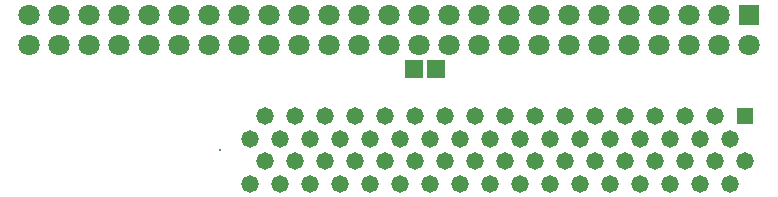
<source format=gbs>
G04*
G04 #@! TF.GenerationSoftware,Altium Limited,Altium Designer,20.2.6 (244)*
G04*
G04 Layer_Color=16711935*
%FSAX24Y24*%
%MOIN*%
G70*
G04*
G04 #@! TF.SameCoordinates,4ACB88D7-B294-410B-95FA-DE5AC106DB3D*
G04*
G04*
G04 #@! TF.FilePolarity,Negative*
G04*
G01*
G75*
%ADD13C,0.0580*%
%ADD14R,0.0580X0.0580*%
%ADD15C,0.0080*%
%ADD16C,0.0710*%
%ADD17R,0.0710X0.0710*%
%ADD24R,0.0592X0.0631*%
D13*
X256089Y127490D02*
D03*
X252089D02*
D03*
X248089D02*
D03*
X244089D02*
D03*
X240089D02*
D03*
X256089Y128990D02*
D03*
X254589Y128240D02*
D03*
X252089Y128990D02*
D03*
X250589Y128240D02*
D03*
X248089Y128990D02*
D03*
X246589Y128240D02*
D03*
X244089Y128990D02*
D03*
X242589Y128240D02*
D03*
X240089Y128990D02*
D03*
X254589Y129740D02*
D03*
X250589D02*
D03*
X246589D02*
D03*
X242589D02*
D03*
X254089Y127490D02*
D03*
X253089D02*
D03*
X251089D02*
D03*
X250089D02*
D03*
X246089D02*
D03*
X247089D02*
D03*
X245089D02*
D03*
X243089D02*
D03*
X242089D02*
D03*
X241089D02*
D03*
X256589Y128240D02*
D03*
X253589D02*
D03*
X252589D02*
D03*
X254089Y128990D02*
D03*
X253089D02*
D03*
X249589Y128240D02*
D03*
X251589D02*
D03*
X251089Y128990D02*
D03*
X250089D02*
D03*
X247589Y128240D02*
D03*
X248589D02*
D03*
X247089Y128990D02*
D03*
X246089D02*
D03*
X244589Y128240D02*
D03*
X243589D02*
D03*
X243089Y128990D02*
D03*
X245089D02*
D03*
X241589Y128240D02*
D03*
X240589D02*
D03*
X241089Y128990D02*
D03*
X242089D02*
D03*
X252589Y129740D02*
D03*
X253589D02*
D03*
X249589D02*
D03*
X251589D02*
D03*
X248589D02*
D03*
X247589D02*
D03*
X244589D02*
D03*
X243589D02*
D03*
X240589D02*
D03*
X241589D02*
D03*
X249089Y127490D02*
D03*
X255089D02*
D03*
X255589Y128240D02*
D03*
X245589D02*
D03*
X255089Y128990D02*
D03*
X249089D02*
D03*
X255589Y129740D02*
D03*
X245589D02*
D03*
D14*
X256589D02*
D03*
D15*
X239089Y128615D02*
D03*
D16*
X236742Y133115D02*
D03*
Y132115D02*
D03*
X235742Y133115D02*
D03*
X234742Y133115D02*
D03*
X233742D02*
D03*
X232742D02*
D03*
X235742Y132115D02*
D03*
X234742Y132115D02*
D03*
X233742D02*
D03*
X232742D02*
D03*
X247742D02*
D03*
X246742D02*
D03*
Y133115D02*
D03*
X247742D02*
D03*
X248742Y132115D02*
D03*
X249742Y132115D02*
D03*
X248742Y133115D02*
D03*
X249742Y133115D02*
D03*
X256742Y132115D02*
D03*
X255742Y133115D02*
D03*
Y132115D02*
D03*
X254742Y133115D02*
D03*
Y132115D02*
D03*
X253742Y133115D02*
D03*
Y132115D02*
D03*
X252742Y133115D02*
D03*
X251742D02*
D03*
X252742Y132115D02*
D03*
X251742D02*
D03*
X250742Y133115D02*
D03*
Y132115D02*
D03*
X245742Y133115D02*
D03*
Y132115D02*
D03*
X244742Y133115D02*
D03*
X243742Y133115D02*
D03*
X242742D02*
D03*
X241742D02*
D03*
X244742Y132115D02*
D03*
X243742Y132115D02*
D03*
X242742D02*
D03*
X241742D02*
D03*
X240742Y133115D02*
D03*
X239742Y133115D02*
D03*
X238742Y133115D02*
D03*
X237742D02*
D03*
X240742Y132115D02*
D03*
X239742Y132115D02*
D03*
X238742Y132115D02*
D03*
X237742D02*
D03*
D17*
X256742Y133115D02*
D03*
D24*
X246313Y131315D02*
D03*
X245565D02*
D03*
M02*

</source>
